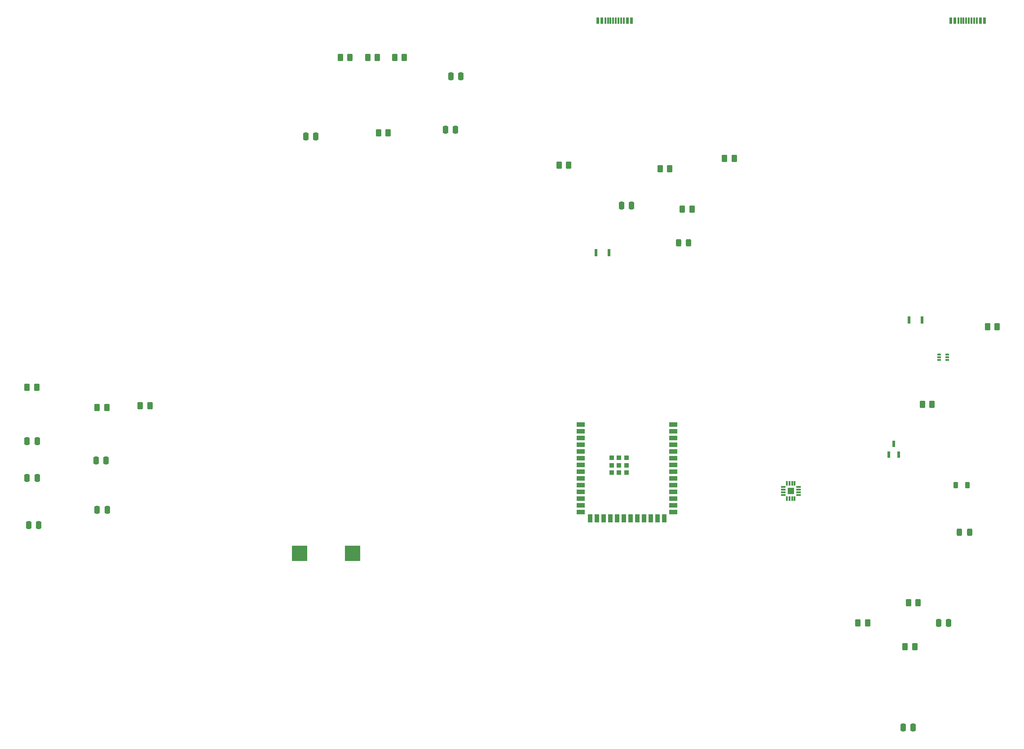
<source format=gbr>
%TF.GenerationSoftware,KiCad,Pcbnew,9.0.4*%
%TF.CreationDate,2025-11-06T21:19:11-08:00*%
%TF.ProjectId,SolarChargingStation,536f6c61-7243-4686-9172-67696e675374,rev?*%
%TF.SameCoordinates,Original*%
%TF.FileFunction,Paste,Top*%
%TF.FilePolarity,Positive*%
%FSLAX46Y46*%
G04 Gerber Fmt 4.6, Leading zero omitted, Abs format (unit mm)*
G04 Created by KiCad (PCBNEW 9.0.4) date 2025-11-06 21:19:11*
%MOMM*%
%LPD*%
G01*
G04 APERTURE LIST*
G04 Aperture macros list*
%AMRoundRect*
0 Rectangle with rounded corners*
0 $1 Rounding radius*
0 $2 $3 $4 $5 $6 $7 $8 $9 X,Y pos of 4 corners*
0 Add a 4 corners polygon primitive as box body*
4,1,4,$2,$3,$4,$5,$6,$7,$8,$9,$2,$3,0*
0 Add four circle primitives for the rounded corners*
1,1,$1+$1,$2,$3*
1,1,$1+$1,$4,$5*
1,1,$1+$1,$6,$7*
1,1,$1+$1,$8,$9*
0 Add four rect primitives between the rounded corners*
20,1,$1+$1,$2,$3,$4,$5,0*
20,1,$1+$1,$4,$5,$6,$7,0*
20,1,$1+$1,$6,$7,$8,$9,0*
20,1,$1+$1,$8,$9,$2,$3,0*%
G04 Aperture macros list end*
%ADD10C,0.010000*%
%ADD11RoundRect,0.250000X-0.250000X-0.475000X0.250000X-0.475000X0.250000X0.475000X-0.250000X0.475000X0*%
%ADD12RoundRect,0.250000X-0.262500X-0.450000X0.262500X-0.450000X0.262500X0.450000X-0.262500X0.450000X0*%
%ADD13RoundRect,0.243750X-0.243750X-0.456250X0.243750X-0.456250X0.243750X0.456250X-0.243750X0.456250X0*%
%ADD14R,0.600000X1.150000*%
%ADD15R,0.300000X1.150000*%
%ADD16R,3.000000X3.000000*%
%ADD17R,0.508000X1.447800*%
%ADD18RoundRect,0.032500X-0.397500X-0.097500X0.397500X-0.097500X0.397500X0.097500X-0.397500X0.097500X0*%
%ADD19RoundRect,0.032500X-0.097500X-0.397500X0.097500X-0.397500X0.097500X0.397500X-0.097500X0.397500X0*%
%ADD20RoundRect,0.218750X-0.218750X-0.381250X0.218750X-0.381250X0.218750X0.381250X-0.218750X0.381250X0*%
%ADD21R,0.670001X0.299999*%
%ADD22RoundRect,0.250000X0.262500X0.450000X-0.262500X0.450000X-0.262500X-0.450000X0.262500X-0.450000X0*%
%ADD23R,0.900000X0.900000*%
%ADD24R,1.500000X0.900000*%
%ADD25R,0.900000X1.500000*%
%ADD26R,0.558800X1.168400*%
G04 APERTURE END LIST*
D10*
%TO.C,U2*%
X235922000Y-108696000D02*
X234862000Y-108696000D01*
X234862000Y-107636000D01*
X235922000Y-107636000D01*
X235922000Y-108696000D01*
G36*
X235922000Y-108696000D02*
G01*
X234862000Y-108696000D01*
X234862000Y-107636000D01*
X235922000Y-107636000D01*
X235922000Y-108696000D01*
G37*
%TD*%
D11*
%TO.C,C11*%
X91717500Y-114662250D03*
X93617500Y-114662250D03*
%TD*%
D12*
%TO.C,R5*%
X157687000Y-40640000D03*
X159512000Y-40640000D03*
%TD*%
D11*
%TO.C,C6*%
X263267000Y-133096000D03*
X265167000Y-133096000D03*
%TD*%
%TO.C,C10*%
X91445000Y-105772250D03*
X93345000Y-105772250D03*
%TD*%
D13*
%TO.C,D3*%
X267211998Y-115951000D03*
X269086998Y-115951000D03*
%TD*%
D14*
%TO.C,J1*%
X271932000Y-19487000D03*
X271132000Y-19487000D03*
D15*
X269982000Y-19487000D03*
X268982000Y-19487000D03*
X268482000Y-19487000D03*
X267482000Y-19487000D03*
D14*
X265532000Y-19487000D03*
X266332000Y-19487000D03*
D15*
X266982000Y-19487000D03*
X267982000Y-19487000D03*
X269482000Y-19487000D03*
X270482000Y-19487000D03*
%TD*%
D11*
%TO.C,C2*%
X171328000Y-29972000D03*
X173228000Y-29972000D03*
%TD*%
%TO.C,C4*%
X170312000Y-40005000D03*
X172212000Y-40005000D03*
%TD*%
D12*
%TO.C,R17*%
X256954500Y-137541000D03*
X258779500Y-137541000D03*
%TD*%
%TO.C,R4*%
X260196998Y-91821000D03*
X262021998Y-91821000D03*
%TD*%
D11*
%TO.C,C8*%
X256559500Y-152781000D03*
X258459500Y-152781000D03*
%TD*%
D16*
%TO.C,P1*%
X142812000Y-119988000D03*
X152812000Y-119988000D03*
%TD*%
D12*
%TO.C,R2*%
X214949500Y-54991000D03*
X216774500Y-54991000D03*
%TD*%
D17*
%TO.C,F1*%
X198717000Y-63246000D03*
X201130000Y-63246000D03*
%TD*%
D14*
%TO.C,J4*%
X205384000Y-19487000D03*
X204584000Y-19487000D03*
D15*
X203434000Y-19487000D03*
X202434000Y-19487000D03*
X201934000Y-19487000D03*
X200934000Y-19487000D03*
D14*
X198984000Y-19487000D03*
X199784000Y-19487000D03*
D15*
X200434000Y-19487000D03*
X201434000Y-19487000D03*
X202934000Y-19487000D03*
X203934000Y-19487000D03*
%TD*%
D12*
%TO.C,R6*%
X191732000Y-46736000D03*
X193557000Y-46736000D03*
%TD*%
%TO.C,R15*%
X112776000Y-92063250D03*
X114601000Y-92063250D03*
%TD*%
D13*
%TO.C,D1*%
X214289500Y-61341000D03*
X216164500Y-61341000D03*
%TD*%
D12*
%TO.C,R9*%
X150471500Y-26416000D03*
X152296500Y-26416000D03*
%TD*%
D18*
%TO.C,U2*%
X233957000Y-107416000D03*
X233957000Y-107916000D03*
X233957000Y-108416000D03*
X233957000Y-108916000D03*
D19*
X234642000Y-109601000D03*
X235142000Y-109601000D03*
X235642000Y-109601000D03*
X236142000Y-109601000D03*
D18*
X236827000Y-108916000D03*
X236827000Y-108416000D03*
X236827000Y-107916000D03*
X236827000Y-107416000D03*
D19*
X236142000Y-106731000D03*
X235642000Y-106731000D03*
X235142000Y-106731000D03*
X234642000Y-106731000D03*
%TD*%
D12*
%TO.C,R3*%
X248064500Y-133096000D03*
X249889500Y-133096000D03*
%TD*%
%TO.C,R14*%
X91440000Y-88627250D03*
X93265000Y-88627250D03*
%TD*%
%TO.C,R11*%
X160712000Y-26416000D03*
X162537000Y-26416000D03*
%TD*%
D20*
%TO.C,L2*%
X266537000Y-107061000D03*
X268662000Y-107061000D03*
%TD*%
D11*
%TO.C,C7*%
X104425750Y-102393750D03*
X106325750Y-102393750D03*
%TD*%
D21*
%TO.C,U4*%
X263371998Y-82431001D03*
X263371998Y-82931000D03*
X263371998Y-83431002D03*
X264852000Y-83431002D03*
X264852000Y-82931000D03*
X264852000Y-82431001D03*
%TD*%
D17*
%TO.C,TH1*%
X257720498Y-75946000D03*
X260133498Y-75946000D03*
%TD*%
D12*
%TO.C,R16*%
X222927000Y-45466000D03*
X224752000Y-45466000D03*
%TD*%
D22*
%TO.C,R18*%
X259414500Y-129286000D03*
X257589500Y-129286000D03*
%TD*%
D12*
%TO.C,R13*%
X104648000Y-92456000D03*
X106473000Y-92456000D03*
%TD*%
%TO.C,R12*%
X210782000Y-47371000D03*
X212607000Y-47371000D03*
%TD*%
D11*
%TO.C,C9*%
X91440000Y-98787250D03*
X93340000Y-98787250D03*
%TD*%
D23*
%TO.C,U1*%
X201627000Y-101936000D03*
X201627000Y-103336000D03*
X201627000Y-104736000D03*
X203027000Y-101936000D03*
X203027000Y-103336000D03*
X203027000Y-104736000D03*
X204427000Y-101936000D03*
X204427000Y-103336000D03*
X204427000Y-104736000D03*
D24*
X195777000Y-95616000D03*
X195777000Y-96886000D03*
X195777000Y-98156000D03*
X195777000Y-99426000D03*
X195777000Y-100696000D03*
X195777000Y-101966000D03*
X195777000Y-103236000D03*
X195777000Y-104506000D03*
X195777000Y-105776000D03*
X195777000Y-107046000D03*
X195777000Y-108316000D03*
X195777000Y-109586000D03*
X195777000Y-110856000D03*
X195777000Y-112126000D03*
D25*
X197542000Y-113376000D03*
X198812000Y-113376000D03*
X200082000Y-113376000D03*
X201352000Y-113376000D03*
X202622000Y-113376000D03*
X203892000Y-113376000D03*
X205162000Y-113376000D03*
X206432000Y-113376000D03*
X207702000Y-113376000D03*
X208972000Y-113376000D03*
X210242000Y-113376000D03*
X211512000Y-113376000D03*
D24*
X213277000Y-112126000D03*
X213277000Y-110856000D03*
X213277000Y-109586000D03*
X213277000Y-108316000D03*
X213277000Y-107046000D03*
X213277000Y-105776000D03*
X213277000Y-104506000D03*
X213277000Y-103236000D03*
X213277000Y-101966000D03*
X213277000Y-100696000D03*
X213277000Y-99426000D03*
X213277000Y-98156000D03*
X213277000Y-96886000D03*
X213277000Y-95616000D03*
%TD*%
D12*
%TO.C,R10*%
X155632000Y-26416000D03*
X157457000Y-26416000D03*
%TD*%
D11*
%TO.C,C1*%
X203482000Y-54356000D03*
X205382000Y-54356000D03*
%TD*%
D26*
%TO.C,U3*%
X253846998Y-101346000D03*
X255761996Y-101346000D03*
X254804497Y-99314000D03*
%TD*%
D12*
%TO.C,R21*%
X272472000Y-77216000D03*
X274297000Y-77216000D03*
%TD*%
D11*
%TO.C,C5*%
X143957000Y-41275000D03*
X145857000Y-41275000D03*
%TD*%
%TO.C,C3*%
X104648000Y-111760000D03*
X106548000Y-111760000D03*
%TD*%
M02*

</source>
